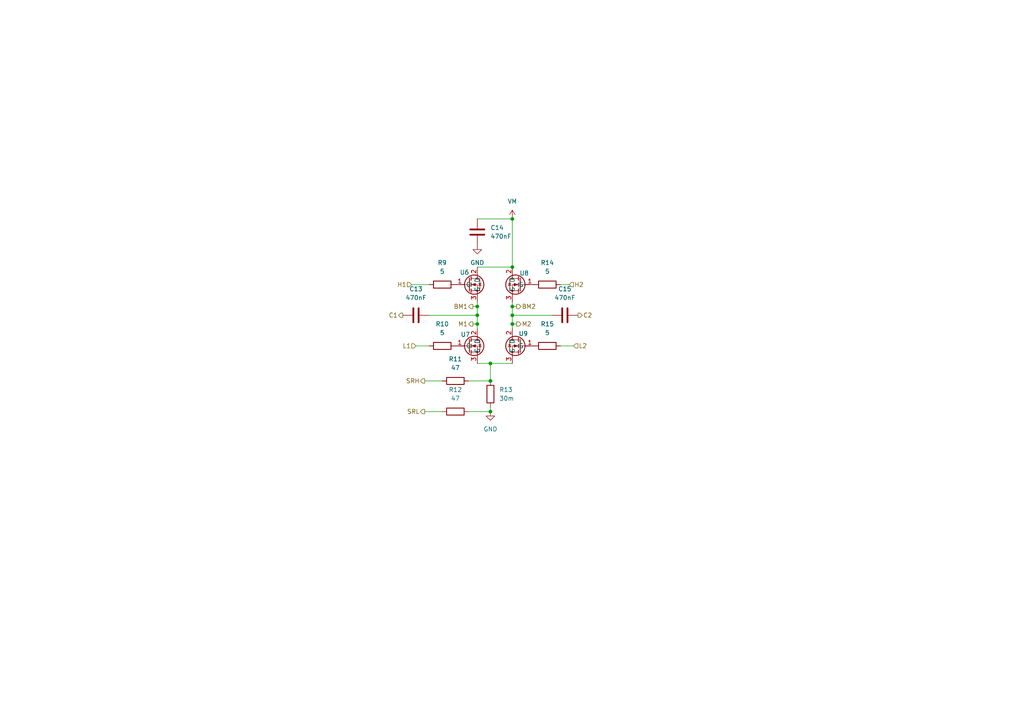
<source format=kicad_sch>
(kicad_sch (version 20231120) (generator "eeschema") (generator_version "8.0")
  (paper "A4")
  (lib_symbols
    (symbol "AOD4126:AOD4126"
      (property "Reference" "U" (at -2.54 3.048 0))
      (symbol "AOD4126_0_1"
        (circle (center -0.889 0) (radius 2.794) (stroke (width 0.254)))
        (circle (center 0 -1.778) (radius 0.254) (fill (type outline)))
        (polyline (pts (xy -2.286 0) (xy -5.08 0)))
        (polyline (pts (xy -2.286 1.905) (xy -2.286 -1.905)) (stroke (width 0.254)))
        (polyline (pts (xy -1.778 -1.27) (xy -1.778 -2.286)) (stroke (width 0.254)))
        (polyline (pts (xy -1.778 0.508) (xy -1.778 -0.508)) (stroke (width 0.254)))
        (polyline (pts (xy -1.778 2.286) (xy -1.778 1.27)) (stroke (width 0.254)))
        (polyline (pts (xy 0 2.54) (xy 0 1.778)))
        (polyline (pts (xy 0.381 0.381) (xy 1.143 0.381)))
        (polyline (pts (xy 0 -2.54) (xy 0 0) (xy -1.778 0)))
        (polyline (pts (xy -1.778 -1.778) (xy 0.762 -1.778) (xy 0.762 1.778) (xy -1.778 1.778)))
        (polyline (pts (xy -1.524 0) (xy -0.508 0.381) (xy -0.508 -0.381) (xy -1.524 0)) (fill (type outline)))
        (polyline (pts (xy 0.762 0.381) (xy 0.381 -0.254) (xy 1.143 -0.254) (xy 0.762 0.381)))
        (circle (center 0 1.778) (radius 0.254) (fill (type outline)))
      )
      (symbol "AOD4126_1_1"
        (pin input line (at -6.35 0 0) (length 2.54) (name "G") (number "1"))
        (pin passive line (at 0 5.08 270) (length 2.54) (name "D") (number "2"))
        (pin passive line (at 0 -5.08 90) (length 2.54) (name "S") (number "3"))
      )
    )
    (symbol "Device:C" (pin_numbers hide) (pin_names (offset 0.254))
      (property "Reference" "C" (at 0.635 2.54 0))
      (property "Value" "C" (at 0.635 -2.54 0))
      (symbol "C_0_1"
        (polyline (pts (xy -2.032 -0.762) (xy 2.032 -0.762)) (stroke (width 0.508)))
        (polyline (pts (xy -2.032 0.762) (xy 2.032 0.762)) (stroke (width 0.508)))
      )
      (symbol "C_1_1"
        (pin passive line (at 0 3.81 270) (length 2.794) (name "~") (number "1"))
        (pin passive line (at 0 -3.81 90) (length 2.794) (name "~") (number "2"))
      )
    )
    (symbol "Device:R" (pin_numbers hide) (pin_names (offset 0))
      (property "Reference" "R" (at 2.032 0 90))
      (property "Value" "R" (at 0 0 90))
      (symbol "R_0_1"
        (rectangle (start -1.016 -2.54) (end 1.016 2.54) (stroke (width 0.254)))
      )
      (symbol "R_1_1"
        (pin passive line (at 0 3.81 270) (length 1.27) (name "~") (number "1"))
        (pin passive line (at 0 -3.81 90) (length 1.27) (name "~") (number "2"))
      )
    )
    (symbol "power:GND" (power) (pin_numbers hide) (pin_names (offset 0) hide)
      (property "Value" "GND" (at 0 -3.81 0))
      (symbol "GND_0_1"
        (polyline (pts (xy 0 0) (xy 0 -1.27) (xy 1.27 -1.27) (xy 0 -2.54) (xy -1.27 -1.27) (xy 0 -1.27)))
      )
      (symbol "GND_1_1"
        (pin power_in line (at 0 0 270) (length 0) (name "~") (number "1"))
      )
    )
    (symbol "power:VCC" (power) (pin_numbers hide) (pin_names (offset 0) hide)
      (property "Value" "VCC" (at 0 3.556 0))
      (symbol "VCC_0_1"
        (polyline (pts (xy -0.762 1.27) (xy 0 2.54)))
        (polyline (pts (xy 0 0) (xy 0 2.54)))
        (polyline (pts (xy 0 2.54) (xy 0.762 1.27)))
      )
      (symbol "VCC_1_1"
        (pin power_in line (at 0 0 90) (length 0) (name "~") (number "1"))
      )
    )
  )
  (junction (at 148.59 77.47))
  (junction (at 138.43 88.9))
  (junction (at 148.59 88.9))
  (junction (at 142.24 119.38))
  (junction (at 138.43 91.44))
  (junction (at 148.59 93.98))
  (junction (at 142.24 110.49))
  (junction (at 138.43 93.98))
  (junction (at 148.59 63.5))
  (junction (at 148.59 91.44))
  (junction (at 142.24 105.41))
  (wire (pts (xy 138.43 93.98) (xy 138.43 95.25)))
  (wire (pts (xy 149.86 93.98) (xy 148.59 93.98)))
  (wire (pts (xy 148.59 91.44) (xy 148.59 88.9)))
  (wire (pts (xy 148.59 93.98) (xy 148.59 95.25)))
  (wire (pts (xy 138.43 91.44) (xy 138.43 93.98)))
  (wire (pts (xy 166.37 100.33) (xy 162.56 100.33)))
  (wire (pts (xy 142.24 119.38) (xy 135.89 119.38)))
  (wire (pts (xy 142.24 119.38) (xy 142.24 118.11)))
  (wire (pts (xy 142.24 105.41) (xy 148.59 105.41)))
  (wire (pts (xy 148.59 91.44) (xy 148.59 93.98)))
  (wire (pts (xy 119.38 82.55) (xy 124.46 82.55)))
  (wire (pts (xy 123.19 119.38) (xy 128.27 119.38)))
  (wire (pts (xy 138.43 105.41) (xy 142.24 105.41)))
  (wire (pts (xy 120.65 100.33) (xy 124.46 100.33)))
  (wire (pts (xy 138.43 87.63) (xy 138.43 88.9)))
  (wire (pts (xy 135.89 110.49) (xy 142.24 110.49)))
  (wire (pts (xy 148.59 63.5) (xy 148.59 77.47)))
  (wire (pts (xy 149.86 88.9) (xy 148.59 88.9)))
  (wire (pts (xy 137.16 93.98) (xy 138.43 93.98)))
  (wire (pts (xy 124.46 91.44) (xy 138.43 91.44)))
  (wire (pts (xy 148.59 88.9) (xy 148.59 87.63)))
  (wire (pts (xy 138.43 77.47) (xy 148.59 77.47)))
  (wire (pts (xy 123.19 110.49) (xy 128.27 110.49)))
  (wire (pts (xy 160.02 91.44) (xy 148.59 91.44)))
  (wire (pts (xy 138.43 88.9) (xy 138.43 91.44)))
  (wire (pts (xy 148.59 63.5) (xy 138.43 63.5)))
  (wire (pts (xy 142.24 105.41) (xy 142.24 110.49)))
  (wire (pts (xy 137.16 88.9) (xy 138.43 88.9)))
  (wire (pts (xy 165.1 82.55) (xy 162.56 82.55)))
  (hierarchical_label "C2" (shape output) (at 167.64 91.44 0))
  (hierarchical_label "L1" (shape input) (at 120.65 100.33 180))
  (hierarchical_label "SRH" (shape output) (at 123.19 110.49 180))
  (hierarchical_label "SRL" (shape output) (at 123.19 119.38 180))
  (hierarchical_label "L2" (shape input) (at 166.37 100.33 0))
  (hierarchical_label "BM1" (shape output) (at 137.16 88.9 180))
  (hierarchical_label "H2" (shape input) (at 165.1 82.55 0))
  (hierarchical_label "M1" (shape output) (at 137.16 93.98 180))
  (hierarchical_label "C1" (shape output) (at 116.84 91.44 180))
  (hierarchical_label "BM2" (shape output) (at 149.86 88.9 0))
  (hierarchical_label "M2" (shape output) (at 149.86 93.98 0))
  (hierarchical_label "H1" (shape input) (at 119.38 82.55 180))
  (symbol (lib_id "Device:R") (at 158.75 82.55 90) (unit 1)
    (property "Reference" "R14" (at 158.75 76.2 90))
    (property "Value" "5" (at 158.75 78.74 90))
    (property "Footprint" "Resistor_SMD:R_2512_6332Metric_Pad1.40x3.35mm_HandSolder" (effects (hide yes)))
    (property "Description" "Resistor" (effects (hide yes)))
    (property "LCSC Part" "C5123609" (effects (hide yes)))
    (instances (project "stepper-motor-controller" (path "" (reference "R14") (unit 1)) (path "" (reference "R7") (unit 1))))
  )
  (symbol (lib_id "Device:R") (at 128.27 82.55 90) (unit 1)
    (property "Reference" "R9" (at 128.27 76.2 90))
    (property "Value" "5" (at 128.27 78.74 90))
    (property "Footprint" "Resistor_SMD:R_2512_6332Metric_Pad1.40x3.35mm_HandSolder" (effects (hide yes)))
    (property "Description" "Resistor" (effects (hide yes)))
    (property "LCSC Part" "C5123609" (effects (hide yes)))
    (instances (project "stepper-motor-controller" (path "" (reference "R9") (unit 1)) (path "" (reference "R1") (unit 1))))
  )
  (symbol (lib_id "Device:R") (at 158.75 100.33 90) (unit 1)
    (property "Reference" "R15" (at 158.75 93.98 90))
    (property "Value" "5" (at 158.75 96.52 90))
    (property "Footprint" "Resistor_SMD:R_2512_6332Metric_Pad1.40x3.35mm_HandSolder" (effects (hide yes)))
    (property "Description" "Resistor" (effects (hide yes)))
    (property "LCSC Part" "C5123609" (effects (hide yes)))
    (instances (project "stepper-motor-controller" (path "" (reference "R15") (unit 1)) (path "" (reference "R8") (unit 1))))
  )
  (symbol (lib_id "Device:C") (at 120.65 91.44 90) (unit 1)
    (property "Reference" "C13" (at 120.65 83.82 90))
    (property "Value" "470nF" (at 120.65 86.36 90))
    (property "Footprint" "Capacitor_SMD:C_0603_1608Metric_Pad1.08x0.95mm_HandSolder" (effects (hide yes)))
    (property "Description" "Unpolarized capacitor" (effects (hide yes)))
    (property "LCSC Part" "C7503496" (effects (hide yes)))
    (instances (project "stepper-motor-controller" (path "" (reference "C13") (unit 1)) (path "" (reference "C3") (unit 1))))
  )
  (symbol (lib_id "AOD4126:AOD4126") (at 138.43 100.33 0) (unit 1)
    (property "Reference" "U7" (at 133.604 97.028 0) (effects (justify left)))
    (property "Value" "AOD4126" (effects (hide yes)))
    (property "Footprint" "AOD4126:TRANS_TSM60N1R4CP_ROG" (effects (hide yes)))
    (property "LCSC Part" "C41407552" (effects (hide yes)))
    (instances (project "stepper-motor-controller" (path "" (reference "U7") (unit 1)) (path "" (reference "U2") (unit 1))))
  )
  (symbol (lib_id "AOD4126:AOD4126") (at 148.59 82.55 0) (mirror y) (unit 1)
    (property "Reference" "U8" (at 153.416 79.248 0) (effects (justify left)))
    (property "Value" "AOD4126" (effects (hide yes)))
    (property "Footprint" "AOD4126:TRANS_TSM60N1R4CP_ROG" (effects (hide yes)))
    (property "LCSC Part" "C41407552" (effects (hide yes)))
    (instances (project "stepper-motor-controller" (path "" (reference "U8") (unit 1)) (path "" (reference "U3") (unit 1))))
  )
  (symbol (lib_id "Device:C") (at 138.43 67.31 180) (unit 1)
    (property "Reference" "C14" (at 142.24 66.0399 0) (effects (justify right)))
    (property "Value" "470nF" (at 142.24 68.5799 0) (effects (justify right)))
    (property "Footprint" "Capacitor_SMD:C_0603_1608Metric_Pad1.08x0.95mm_HandSolder" (effects (hide yes)))
    (property "Description" "Unpolarized capacitor" (effects (hide yes)))
    (property "LCSC Part" "C7503496" (effects (hide yes)))
    (instances (project "stepper-motor-controller" (path "" (reference "C14") (unit 1)) (path "" (reference "C8") (unit 1))))
  )
  (symbol (lib_id "power:VCC") (at 148.59 63.5 0) (unit 1)
    (property "Reference" "#PWR013" (effects (hide yes)))
    (property "Value" "VM" (at 148.59 58.42 0))
    (property "Description" "Power symbol creates a global label with name \"VCC\"" (effects (hide yes)))
    (instances (project "stepper-motor-controller" (path "" (reference "#PWR013") (unit 1)) (path "" (reference "#PWR019") (unit 1))))
  )
  (symbol (lib_id "Device:R") (at 142.24 114.3 180) (unit 1)
    (property "Reference" "R13" (at 144.78 113.0299 0) (effects (justify right)))
    (property "Value" "30m" (at 144.78 115.5699 0) (effects (justify right)))
    (property "Footprint" "Resistor_SMD:R_0603_1608Metric_Pad0.98x0.95mm_HandSolder" (effects (hide yes)))
    (property "Description" "Resistor" (effects (hide yes)))
    (property "LCSC Part" "C5126263" (effects (hide yes)))
    (instances (project "stepper-motor-controller" (path "" (reference "R13") (unit 1)) (path "" (reference "R6") (unit 1))))
  )
  (symbol (lib_id "Device:R") (at 132.08 119.38 90) (unit 1)
    (property "Reference" "R12" (at 132.08 113.03 90))
    (property "Value" "47" (at 132.08 115.57 90))
    (property "Footprint" "Resistor_SMD:R_0603_1608Metric_Pad0.98x0.95mm_HandSolder" (effects (hide yes)))
    (property "Description" "Resistor" (effects (hide yes)))
    (property "LCSC Part" "C2907174" (effects (hide yes)))
    (instances (project "stepper-motor-controller" (path "" (reference "R12") (unit 1)) (path "" (reference "R5") (unit 1))))
  )
  (symbol (lib_id "power:GND") (at 138.43 71.12 0) (unit 1)
    (property "Reference" "#PWR011" (effects (hide yes)))
    (property "Value" "GND" (at 138.43 76.2 0))
    (property "Description" "Power symbol creates a global label with name \"GND\" , ground" (effects (hide yes)))
    (instances (project "stepper-motor-controller" (path "" (reference "#PWR011") (unit 1)) (path "" (reference "#PWR017") (unit 1))))
  )
  (symbol (lib_id "power:GND") (at 142.24 119.38 0) (unit 1)
    (property "Reference" "#PWR012" (effects (hide yes)))
    (property "Value" "GND" (at 142.24 124.46 0))
    (property "Description" "Power symbol creates a global label with name \"GND\" , ground" (effects (hide yes)))
    (instances (project "stepper-motor-controller" (path "" (reference "#PWR012") (unit 1)) (path "" (reference "#PWR018") (unit 1))))
  )
  (symbol (lib_id "AOD4126:AOD4126") (at 148.59 100.33 0) (mirror y) (unit 1)
    (property "Reference" "U9" (at 153.162 96.774 0) (effects (justify left)))
    (property "Value" "AOD4126" (effects (hide yes)))
    (property "Footprint" "AOD4126:TRANS_TSM60N1R4CP_ROG" (effects (hide yes)))
    (property "LCSC Part" "C41407552" (effects (hide yes)))
    (instances (project "stepper-motor-controller" (path "" (reference "U9") (unit 1)) (path "" (reference "U4") (unit 1))))
  )
  (symbol (lib_id "Device:R") (at 132.08 110.49 90) (unit 1)
    (property "Reference" "R11" (at 132.08 104.14 90))
    (property "Value" "47" (at 132.08 106.68 90))
    (property "Footprint" "Resistor_SMD:R_0603_1608Metric_Pad0.98x0.95mm_HandSolder" (effects (hide yes)))
    (property "Description" "Resistor" (effects (hide yes)))
    (property "LCSC Part" "C2907174" (effects (hide yes)))
    (instances (project "stepper-motor-controller" (path "" (reference "R11") (unit 1)) (path "" (reference "R4") (unit 1))))
  )
  (symbol (lib_id "Device:C") (at 163.83 91.44 90) (unit 1)
    (property "Reference" "C15" (at 163.83 83.82 90))
    (property "Value" "470nF" (at 163.83 86.36 90))
    (property "Footprint" "Capacitor_SMD:C_0603_1608Metric_Pad1.08x0.95mm_HandSolder" (effects (hide yes)))
    (property "Description" "Unpolarized capacitor" (effects (hide yes)))
    (property "LCSC Part" "C7503496" (effects (hide yes)))
    (instances (project "stepper-motor-controller" (path "" (reference "C15") (unit 1)) (path "" (reference "C12") (unit 1))))
  )
  (symbol (lib_id "AOD4126:AOD4126") (at 138.43 82.55 0) (unit 1)
    (property "Reference" "U6" (at 133.35 78.994 0) (effects (justify left)))
    (property "Value" "AOD4126" (effects (hide yes)))
    (property "Footprint" "AOD4126:TRANS_TSM60N1R4CP_ROG" (effects (hide yes)))
    (property "LCSC Part" "C41407552" (effects (hide yes)))
    (instances (project "stepper-motor-controller" (path "" (reference "U6") (unit 1)) (path "" (reference "U1") (unit 1))))
  )
  (symbol (lib_id "Device:R") (at 128.27 100.33 90) (unit 1)
    (property "Reference" "R10" (at 128.27 93.98 90))
    (property "Value" "5" (at 128.27 96.52 90))
    (property "Footprint" "Resistor_SMD:R_2512_6332Metric_Pad1.40x3.35mm_HandSolder" (effects (hide yes)))
    (property "Description" "Resistor" (effects (hide yes)))
    (property "LCSC Part" "C5123609" (effects (hide yes)))
    (instances (project "stepper-motor-controller" (path "" (reference "R10") (unit 1)) (path "" (reference "R2") (unit 1))))
  )
)
</source>
